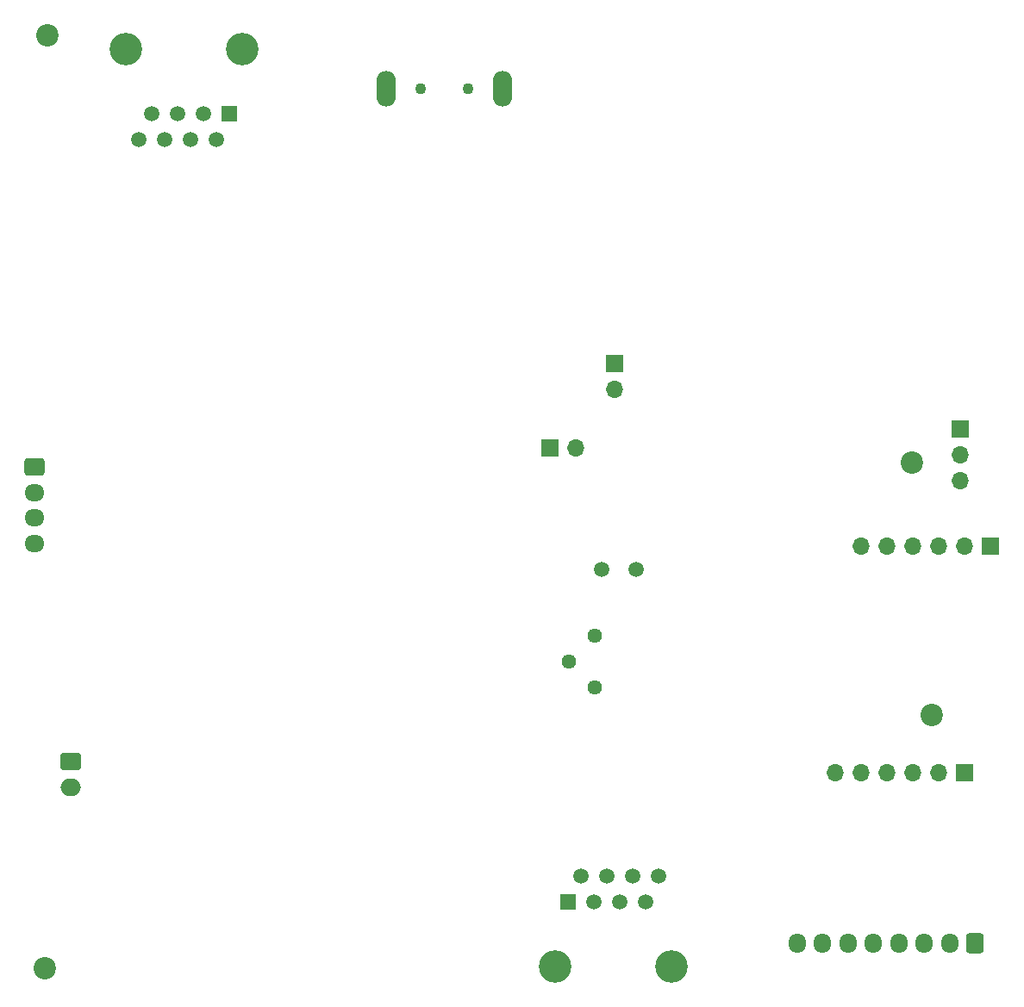
<source format=gbs>
G04 #@! TF.GenerationSoftware,KiCad,Pcbnew,6.0.7*
G04 #@! TF.CreationDate,2022-10-22T12:42:31-05:00*
G04 #@! TF.ProjectId,EsquemaGeneral,45737175-656d-4614-9765-6e6572616c2e,rev?*
G04 #@! TF.SameCoordinates,Original*
G04 #@! TF.FileFunction,Soldermask,Bot*
G04 #@! TF.FilePolarity,Negative*
%FSLAX46Y46*%
G04 Gerber Fmt 4.6, Leading zero omitted, Abs format (unit mm)*
G04 Created by KiCad (PCBNEW 6.0.7) date 2022-10-22 12:42:31*
%MOMM*%
%LPD*%
G01*
G04 APERTURE LIST*
G04 Aperture macros list*
%AMRoundRect*
0 Rectangle with rounded corners*
0 $1 Rounding radius*
0 $2 $3 $4 $5 $6 $7 $8 $9 X,Y pos of 4 corners*
0 Add a 4 corners polygon primitive as box body*
4,1,4,$2,$3,$4,$5,$6,$7,$8,$9,$2,$3,0*
0 Add four circle primitives for the rounded corners*
1,1,$1+$1,$2,$3*
1,1,$1+$1,$4,$5*
1,1,$1+$1,$6,$7*
1,1,$1+$1,$8,$9*
0 Add four rect primitives between the rounded corners*
20,1,$1+$1,$2,$3,$4,$5,0*
20,1,$1+$1,$4,$5,$6,$7,0*
20,1,$1+$1,$6,$7,$8,$9,0*
20,1,$1+$1,$8,$9,$2,$3,0*%
G04 Aperture macros list end*
%ADD10RoundRect,0.250000X-0.725000X0.600000X-0.725000X-0.600000X0.725000X-0.600000X0.725000X0.600000X0*%
%ADD11O,1.950000X1.700000*%
%ADD12R,1.700000X1.700000*%
%ADD13O,1.700000X1.700000*%
%ADD14C,2.200000*%
%ADD15RoundRect,0.250000X0.600000X0.725000X-0.600000X0.725000X-0.600000X-0.725000X0.600000X-0.725000X0*%
%ADD16O,1.700000X1.950000*%
%ADD17C,1.440000*%
%ADD18C,3.200000*%
%ADD19R,1.500000X1.500000*%
%ADD20C,1.500000*%
%ADD21C,1.100000*%
%ADD22O,1.900000X3.500000*%
%ADD23RoundRect,0.250000X-0.750000X0.600000X-0.750000X-0.600000X0.750000X-0.600000X0.750000X0.600000X0*%
%ADD24O,2.000000X1.700000*%
G04 APERTURE END LIST*
D10*
X80530000Y-87550000D03*
D11*
X80530000Y-90050000D03*
X80530000Y-92550000D03*
X80530000Y-95050000D03*
D12*
X137520000Y-77360000D03*
D13*
X137520000Y-79900000D03*
D14*
X81850000Y-45130000D03*
D12*
X171450000Y-83820000D03*
D13*
X171450000Y-86360000D03*
X171450000Y-88900000D03*
D15*
X172940000Y-134370000D03*
D16*
X170440000Y-134370000D03*
X167940000Y-134370000D03*
X165440000Y-134370000D03*
X162940000Y-134370000D03*
X160440000Y-134370000D03*
X157940000Y-134370000D03*
X155440000Y-134370000D03*
D17*
X135565000Y-104110000D03*
X133025000Y-106650000D03*
X135565000Y-109190000D03*
D14*
X81540000Y-136830000D03*
D18*
X100920000Y-46490000D03*
X89490000Y-46490000D03*
D19*
X99650000Y-52840000D03*
D20*
X98380000Y-55380000D03*
X97110000Y-52840000D03*
X95840000Y-55380000D03*
X94570000Y-52840000D03*
X93300000Y-55380000D03*
X92030000Y-52840000D03*
X90760000Y-55380000D03*
D18*
X131687500Y-136680000D03*
X143117500Y-136680000D03*
D19*
X132957500Y-130330000D03*
D20*
X134227500Y-127790000D03*
X135497500Y-130330000D03*
X136767500Y-127790000D03*
X138037500Y-130330000D03*
X139307500Y-127790000D03*
X140577500Y-130330000D03*
X141847500Y-127790000D03*
D12*
X174480000Y-95350000D03*
D13*
X171940000Y-95350000D03*
X169400000Y-95350000D03*
X166860000Y-95350000D03*
X164320000Y-95350000D03*
X161780000Y-95350000D03*
D12*
X171889200Y-117642000D03*
D13*
X169349200Y-117642000D03*
X166809200Y-117642000D03*
X164269200Y-117642000D03*
X161729200Y-117642000D03*
X159189200Y-117642000D03*
D20*
X136275000Y-97630000D03*
X139675000Y-97630000D03*
D14*
X168690000Y-111920000D03*
D12*
X131150000Y-85730000D03*
D13*
X133690000Y-85730000D03*
D14*
X166700000Y-87130000D03*
D21*
X118510000Y-50390000D03*
X123110000Y-50390000D03*
D22*
X115110000Y-50390000D03*
X126510000Y-50390000D03*
D23*
X84130000Y-116540000D03*
D24*
X84130000Y-119040000D03*
M02*

</source>
